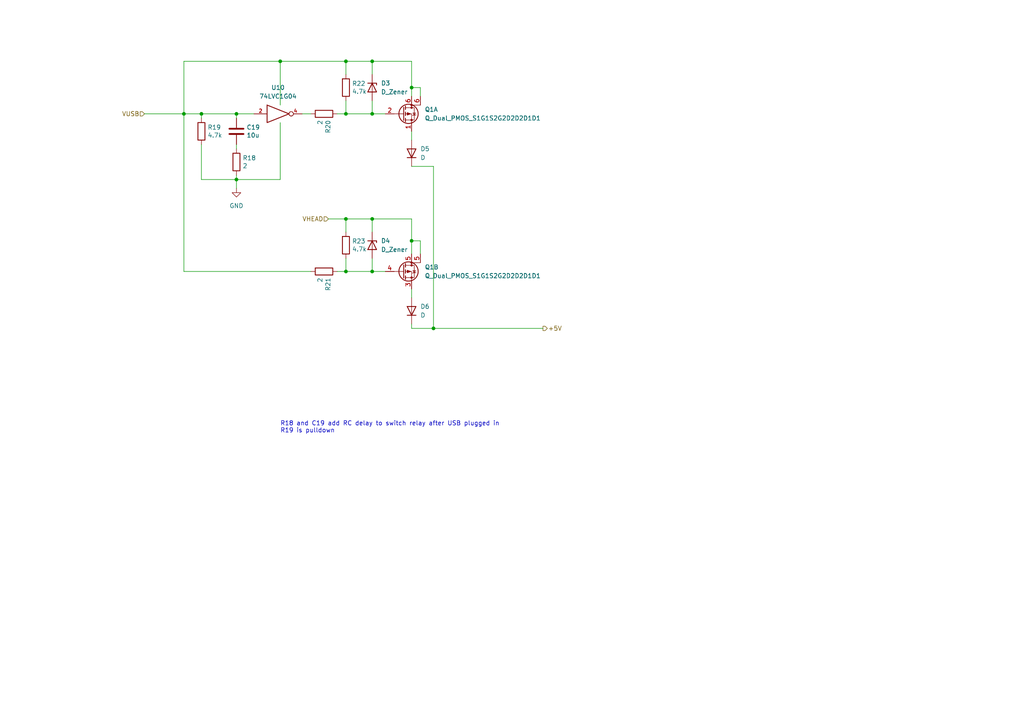
<source format=kicad_sch>
(kicad_sch (version 20211123) (generator eeschema)
  (paper "A4")
  (lib_symbols
    (symbol "74xGxx:74LVC1G04" (pin_names (offset 1.016))
      (property "Reference" "U" (at -2.54 3.81 0))
      (property "Value" "74LVC1G04" (at 0 -3.81 0))
      (symbol "74LVC1G04_0_1"
        (polyline (pts (xy -3.81 2.54) (xy -3.81 -2.54) (xy 2.54 0) (xy -3.81 2.54)) (stroke (width 0.254)))
      )
      (symbol "74LVC1G04_1_1"
        (pin input line (at -7.62 0 0) (length 3.81) (name "~") (number "2"))
        (pin power_in line (at 0 -2.54 270) (length 0) hide (name "GND") (number "3"))
        (pin output inverted (at 6.35 0 180) (length 3.81) (name "~") (number "4"))
        (pin power_in line (at 0 2.54 90) (length 0) hide (name "VCC") (number "5"))
      )
    )
    (symbol "Device:C" (pin_numbers hide) (pin_names (offset 0.254))
      (property "Reference" "C" (at 0.635 2.54 0))
      (property "Value" "C" (at 0.635 -2.54 0))
      (symbol "C_0_1"
        (polyline (pts (xy -2.032 -0.762) (xy 2.032 -0.762)) (stroke (width 0.508)))
        (polyline (pts (xy -2.032 0.762) (xy 2.032 0.762)) (stroke (width 0.508)))
      )
      (symbol "C_1_1"
        (pin passive line (at 0 3.81 270) (length 2.794) (name "~") (number "1"))
        (pin passive line (at 0 -3.81 90) (length 2.794) (name "~") (number "2"))
      )
    )
    (symbol "Device:D" (pin_numbers hide) (pin_names (offset 1.016) hide)
      (property "Reference" "D" (at 0 2.54 0))
      (property "Value" "D" (at 0 -2.54 0))
      (symbol "D_0_1"
        (polyline (pts (xy -1.27 1.27) (xy -1.27 -1.27)) (stroke (width 0.254)))
        (polyline (pts (xy 1.27 0) (xy -1.27 0)))
        (polyline (pts (xy 1.27 1.27) (xy 1.27 -1.27) (xy -1.27 0) (xy 1.27 1.27)) (stroke (width 0.254)))
      )
      (symbol "D_1_1"
        (pin passive line (at -3.81 0 0) (length 2.54) (name "K") (number "1"))
        (pin passive line (at 3.81 0 180) (length 2.54) (name "A") (number "2"))
      )
    )
    (symbol "Device:D_Zener" (pin_numbers hide) (pin_names (offset 1.016) hide)
      (property "Reference" "D" (at 0 2.54 0))
      (property "Value" "D_Zener" (at 0 -2.54 0))
      (symbol "D_Zener_0_1"
        (polyline (pts (xy 1.27 0) (xy -1.27 0)))
        (polyline (pts (xy -1.27 -1.27) (xy -1.27 1.27) (xy -0.762 1.27)) (stroke (width 0.254)))
        (polyline (pts (xy 1.27 -1.27) (xy 1.27 1.27) (xy -1.27 0) (xy 1.27 -1.27)) (stroke (width 0.254)))
      )
      (symbol "D_Zener_1_1"
        (pin passive line (at -3.81 0 0) (length 2.54) (name "K") (number "1"))
        (pin passive line (at 3.81 0 180) (length 2.54) (name "A") (number "2"))
      )
    )
    (symbol "Device:Q_Dual_PMOS_S1G1S2G2D2D2D1D1" (pin_names (offset 0) hide)
      (property "Reference" "Q1" (at 6.35 1.2701 0))
      (property "Value" "Q_Dual_PMOS_S1G1S2G2D2D2D1D1" (at 6.35 -1.2699 0))
      (symbol "Q_Dual_PMOS_S1G1S2G2D2D2D1D1_0_1"
        (polyline (pts (xy 0.254 0) (xy -2.54 0)))
        (polyline (pts (xy 0.254 1.905) (xy 0.254 -1.905)) (stroke (width 0.254)))
        (polyline (pts (xy 0.762 -1.27) (xy 0.762 -2.286)) (stroke (width 0.254)))
        (polyline (pts (xy 0.762 0.508) (xy 0.762 -0.508)) (stroke (width 0.254)))
        (polyline (pts (xy 0.762 2.286) (xy 0.762 1.27)) (stroke (width 0.254)))
        (polyline (pts (xy 2.54 2.54) (xy 2.54 1.778)))
        (polyline (pts (xy 2.54 -2.54) (xy 2.54 0) (xy 0.762 0)))
        (polyline (pts (xy 0.762 1.778) (xy 3.302 1.778) (xy 3.302 -1.778) (xy 0.762 -1.778)))
        (polyline (pts (xy 2.286 0) (xy 1.27 0.381) (xy 1.27 -0.381) (xy 2.286 0)) (fill (type outline)))
        (polyline (pts (xy 2.794 -0.508) (xy 2.921 -0.381) (xy 3.683 -0.381) (xy 3.81 -0.254)))
        (polyline (pts (xy 3.302 -0.381) (xy 2.921 0.254) (xy 3.683 0.254) (xy 3.302 -0.381)))
        (circle (center 1.651 0) (radius 2.794) (stroke (width 0.254)))
        (circle (center 2.54 -1.778) (radius 0.254) (fill (type outline)))
        (circle (center 2.54 1.778) (radius 0.254) (fill (type outline)))
        (circle (center 2.54 2.54) (radius 0.254) (fill (type outline)))
        (rectangle (start 5.08 2.54) (end 2.54 2.54))
      )
      (symbol "Q_Dual_PMOS_S1G1S2G2D2D2D1D1_1_1"
        (pin passive line (at 2.54 -5.08 90) (length 2.54) (name "S") (number "1"))
        (pin input line (at -5.08 0 0) (length 2.54) (name "G") (number "2"))
        (pin passive line (at 2.54 5.08 270) (length 2.54) (name "D") (number "6"))
        (pin passive line (at 5.08 5.08 270) (length 2.54) (name "G") (number "6"))
      )
      (symbol "Q_Dual_PMOS_S1G1S2G2D2D2D1D1_2_1"
        (pin passive line (at 2.54 -5.08 90) (length 2.54) (name "S") (number "3"))
        (pin input line (at -5.08 0 0) (length 2.54) (name "G") (number "4"))
        (pin passive line (at 2.54 5.08 270) (length 2.54) (name "D") (number "5"))
        (pin passive line (at 5.08 5.08 270) (length 2.54) (name "G") (number "6"))
      )
    )
    (symbol "Device:R" (pin_numbers hide) (pin_names (offset 0))
      (property "Reference" "R" (at 2.032 0 90))
      (property "Value" "R" (at 0 0 90))
      (symbol "R_0_1"
        (rectangle (start -1.016 -2.54) (end 1.016 2.54) (stroke (width 0.254)))
      )
      (symbol "R_1_1"
        (pin passive line (at 0 3.81 270) (length 1.27) (name "~") (number "1"))
        (pin passive line (at 0 -3.81 90) (length 1.27) (name "~") (number "2"))
      )
    )
    (symbol "Q_Dual_PMOS_S1G1S2G2D2D2D1D1_1" (pin_names (offset 0) hide)
      (property "Reference" "Q1" (at 6.35 1.2701 0))
      (property "Value" "Q_Dual_PMOS_S1G1S2G2D2D2D1D1_1" (at 6.35 -1.2699 0))
      (symbol "Q_Dual_PMOS_S1G1S2G2D2D2D1D1_1_0_1"
        (polyline (pts (xy 0.254 0) (xy -2.54 0)))
        (polyline (pts (xy 0.254 1.905) (xy 0.254 -1.905)) (stroke (width 0.254)))
        (polyline (pts (xy 0.762 -1.27) (xy 0.762 -2.286)) (stroke (width 0.254)))
        (polyline (pts (xy 0.762 0.508) (xy 0.762 -0.508)) (stroke (width 0.254)))
        (polyline (pts (xy 0.762 2.286) (xy 0.762 1.27)) (stroke (width 0.254)))
        (polyline (pts (xy 2.54 2.54) (xy 2.54 1.778)))
        (polyline (pts (xy 2.54 -2.54) (xy 2.54 0) (xy 0.762 0)))
        (polyline (pts (xy 0.762 1.778) (xy 3.302 1.778) (xy 3.302 -1.778) (xy 0.762 -1.778)))
        (polyline (pts (xy 2.286 0) (xy 1.27 0.381) (xy 1.27 -0.381) (xy 2.286 0)) (fill (type outline)))
        (polyline (pts (xy 2.794 -0.508) (xy 2.921 -0.381) (xy 3.683 -0.381) (xy 3.81 -0.254)))
        (polyline (pts (xy 3.302 -0.381) (xy 2.921 0.254) (xy 3.683 0.254) (xy 3.302 -0.381)))
        (circle (center 1.651 0) (radius 2.794) (stroke (width 0.254)))
        (circle (center 2.54 -1.778) (radius 0.254) (fill (type outline)))
        (circle (center 2.54 1.778) (radius 0.254) (fill (type outline)))
        (circle (center 2.54 2.54) (radius 0.254) (fill (type outline)))
        (rectangle (start 5.08 2.54) (end 2.54 2.54))
      )
      (symbol "Q_Dual_PMOS_S1G1S2G2D2D2D1D1_1_1_1"
        (pin passive line (at 2.54 -5.08 90) (length 2.54) (name "S") (number "1"))
        (pin input line (at -5.08 0 0) (length 2.54) (name "G") (number "2"))
        (pin passive line (at 2.54 5.08 270) (length 2.54) (name "D") (number "7"))
        (pin passive line (at 5.08 5.08 270) (length 2.54) (name "G") (number "8"))
      )
      (symbol "Q_Dual_PMOS_S1G1S2G2D2D2D1D1_1_2_1"
        (pin passive line (at 2.54 -5.08 90) (length 2.54) (name "S") (number "3"))
        (pin input line (at -5.08 0 0) (length 2.54) (name "G") (number "4"))
        (pin passive line (at 2.54 5.08 270) (length 2.54) (name "D") (number "5"))
        (pin passive line (at 5.08 5.08 270) (length 2.54) (name "G") (number "5"))
      )
    )
    (symbol "power:GND" (power) (pin_names (offset 0))
      (property "Value" "GND" (at 0 -3.81 0))
      (symbol "GND_0_1"
        (polyline (pts (xy 0 0) (xy 0 -1.27) (xy 1.27 -1.27) (xy 0 -2.54) (xy -1.27 -1.27) (xy 0 -1.27)))
      )
      (symbol "GND_1_1"
        (pin power_in line (at 0 0 270) (length 0) hide (name "GND") (number "1"))
      )
    )
  )
  (junction (at 119.38 25.4))
  (junction (at 100.33 17.78))
  (junction (at 125.73 95.25))
  (junction (at 107.95 17.78))
  (junction (at 107.95 33.02))
  (junction (at 68.58 52.07))
  (junction (at 107.95 63.5))
  (junction (at 107.95 78.74))
  (junction (at 68.58 33.02))
  (junction (at 58.42 33.02))
  (junction (at 81.28 17.78))
  (junction (at 100.33 33.02))
  (junction (at 53.34 33.02))
  (junction (at 100.33 63.5))
  (junction (at 100.33 78.74))
  (junction (at 119.38 69.85))
  (wire (pts (xy 121.92 73.66) (xy 121.92 69.85)))
  (wire (pts (xy 119.38 25.4) (xy 119.38 27.94)))
  (wire (pts (xy 119.38 38.1) (xy 119.38 40.64)))
  (wire (pts (xy 100.33 78.74) (xy 107.95 78.74)))
  (wire (pts (xy 121.92 69.85) (xy 119.38 69.85)))
  (wire (pts (xy 125.73 95.25) (xy 157.48 95.25)))
  (wire (pts (xy 41.91 33.02) (xy 53.34 33.02)))
  (wire (pts (xy 100.33 63.5) (xy 100.33 67.31)))
  (wire (pts (xy 58.42 33.02) (xy 58.42 34.29)))
  (wire (pts (xy 107.95 29.21) (xy 107.95 33.02)))
  (wire (pts (xy 58.42 33.02) (xy 68.58 33.02)))
  (wire (pts (xy 95.25 63.5) (xy 100.33 63.5)))
  (wire (pts (xy 87.63 33.02) (xy 90.17 33.02)))
  (wire (pts (xy 100.33 63.5) (xy 107.95 63.5)))
  (wire (pts (xy 68.58 52.07) (xy 68.58 54.61)))
  (wire (pts (xy 107.95 74.93) (xy 107.95 78.74)))
  (wire (pts (xy 81.28 52.07) (xy 68.58 52.07)))
  (wire (pts (xy 107.95 78.74) (xy 111.76 78.74)))
  (wire (pts (xy 125.73 48.26) (xy 125.73 95.25)))
  (wire (pts (xy 68.58 50.8) (xy 68.58 52.07)))
  (wire (pts (xy 107.95 17.78) (xy 107.95 21.59)))
  (wire (pts (xy 119.38 17.78) (xy 119.38 25.4)))
  (wire (pts (xy 119.38 25.4) (xy 121.92 25.4)))
  (wire (pts (xy 81.28 17.78) (xy 53.34 17.78)))
  (wire (pts (xy 58.42 52.07) (xy 58.42 41.91)))
  (wire (pts (xy 97.79 33.02) (xy 100.33 33.02)))
  (wire (pts (xy 119.38 93.98) (xy 119.38 95.25)))
  (wire (pts (xy 53.34 33.02) (xy 58.42 33.02)))
  (wire (pts (xy 53.34 78.74) (xy 90.17 78.74)))
  (wire (pts (xy 121.92 25.4) (xy 121.92 27.94)))
  (wire (pts (xy 100.33 17.78) (xy 100.33 21.59)))
  (wire (pts (xy 107.95 63.5) (xy 107.95 67.31)))
  (wire (pts (xy 119.38 48.26) (xy 125.73 48.26)))
  (wire (pts (xy 119.38 69.85) (xy 119.38 73.66)))
  (wire (pts (xy 119.38 83.82) (xy 119.38 86.36)))
  (wire (pts (xy 107.95 33.02) (xy 111.76 33.02)))
  (wire (pts (xy 97.79 78.74) (xy 100.33 78.74)))
  (wire (pts (xy 100.33 17.78) (xy 107.95 17.78)))
  (wire (pts (xy 68.58 33.02) (xy 73.66 33.02)))
  (wire (pts (xy 68.58 41.91) (xy 68.58 43.18)))
  (wire (pts (xy 119.38 95.25) (xy 125.73 95.25)))
  (wire (pts (xy 68.58 52.07) (xy 58.42 52.07)))
  (wire (pts (xy 100.33 29.21) (xy 100.33 33.02)))
  (wire (pts (xy 68.58 33.02) (xy 68.58 34.29)))
  (wire (pts (xy 53.34 17.78) (xy 53.34 33.02)))
  (wire (pts (xy 119.38 63.5) (xy 119.38 69.85)))
  (wire (pts (xy 107.95 63.5) (xy 119.38 63.5)))
  (wire (pts (xy 81.28 17.78) (xy 100.33 17.78)))
  (wire (pts (xy 81.28 35.56) (xy 81.28 52.07)))
  (wire (pts (xy 53.34 33.02) (xy 53.34 78.74)))
  (wire (pts (xy 100.33 74.93) (xy 100.33 78.74)))
  (wire (pts (xy 81.28 30.48) (xy 81.28 17.78)))
  (wire (pts (xy 107.95 17.78) (xy 119.38 17.78)))
  (wire (pts (xy 100.33 33.02) (xy 107.95 33.02)))
  (text "R18 and C19 add RC delay to switch relay after USB plugged in\nR19 is pulldown\n" (at 81.28 125.73 0) (effects (font (size 1.27 1.27)) (justify left bottom)))
  (hierarchical_label "VHEAD" (shape input) (at 95.25 63.5 180))
  (hierarchical_label "+5V" (shape output) (at 157.48 95.25 0))
  (hierarchical_label "VUSB" (shape input) (at 41.91 33.02 180))
  (symbol (lib_id "Device:D") (at 119.38 90.17 90) (unit 1)
    (property "Reference" "D6" (at 121.92 88.8999 90) (effects (justify right)))
    (property "Value" "D" (at 121.92 91.4399 90) (effects (justify right)))
    (property "Footprint" "Diode_SMD:D_MELF" (effects hide))
  )
  (symbol (lib_id "power:GND") (at 68.58 54.61 0) (unit 1)
    (property "Reference" "#PWR03" (effects hide))
    (property "Value" "GND" (at 68.58 59.69 0))
  )
  (symbol (lib_id "Device:R") (at 93.98 78.74 270) (unit 1)
    (property "Reference" "R21" (at 95.1484 80.518 0) (effects (justify left)))
    (property "Value" "2" (at 92.837 80.518 0) (effects (justify left)))
    (property "Footprint" "Resistor_SMD:R_2010_5025Metric" (effects hide))
    (property "Datasheet" "https://fscdn.rohm.com/en/products/databook/datasheet/passive/resistor/chip_resistor/mcr-e.pdf" (effects hide))
    (property "Field4" "Farnell" (effects hide))
    (property "Field5" "9239235" (effects hide))
    (property "Field7" "KOA EUROPE GMBH" (effects hide))
    (property "Field6" "RK73H1ETTP1001F" (effects hide))
    (property "Part Description" "Resistor 1K M1005 1% 63mW" (effects hide))
    (property "Field8" "125049511" (effects hide))
  )
  (symbol (lib_id "Device:R") (at 68.58 46.99 0) (unit 1)
    (property "Reference" "R18" (at 70.358 45.8216 0) (effects (justify left)))
    (property "Value" "2" (at 70.358 48.133 0) (effects (justify left)))
    (property "Footprint" "Resistor_SMD:R_2010_5025Metric" (effects hide))
    (property "Datasheet" "https://fscdn.rohm.com/en/products/databook/datasheet/passive/resistor/chip_resistor/mcr-e.pdf" (effects hide))
    (property "Field4" "Farnell" (effects hide))
    (property "Field5" "9239235" (effects hide))
    (property "Field7" "KOA EUROPE GMBH" (effects hide))
    (property "Field6" "RK73H1ETTP1001F" (effects hide))
    (property "Part Description" "Resistor 1K M1005 1% 63mW" (effects hide))
    (property "Field8" "125049511" (effects hide))
  )
  (symbol (lib_id "Device:R") (at 58.42 38.1 0) (unit 1)
    (property "Reference" "R19" (at 60.198 36.9316 0) (effects (justify left)))
    (property "Value" "4.7k" (at 60.198 39.243 0) (effects (justify left)))
    (property "Footprint" "Resistor_SMD:R_0402_1005Metric" (effects hide))
    (property "Datasheet" "https://fscdn.rohm.com/en/products/databook/datasheet/passive/resistor/chip_resistor/mcr-e.pdf" (effects hide))
    (property "Field4" "Farnell" (effects hide))
    (property "Field5" "9239235" (effects hide))
    (property "Field7" "KOA EUROPE GMBH" (effects hide))
    (property "Field6" "RK73H1ETTP1001F" (effects hide))
    (property "Part Description" "Resistor 1K M1005 1% 63mW" (effects hide))
    (property "Field8" "125049511" (effects hide))
  )
  (symbol (lib_id "Device:R") (at 100.33 25.4 0) (unit 1)
    (property "Reference" "R22" (at 102.108 24.2316 0) (effects (justify left)))
    (property "Value" "4.7k" (at 102.108 26.543 0) (effects (justify left)))
    (property "Footprint" "Resistor_SMD:R_0402_1005Metric" (effects hide))
    (property "Datasheet" "https://fscdn.rohm.com/en/products/databook/datasheet/passive/resistor/chip_resistor/mcr-e.pdf" (effects hide))
    (property "Field4" "Farnell" (effects hide))
    (property "Field5" "9239235" (effects hide))
    (property "Field7" "KOA EUROPE GMBH" (effects hide))
    (property "Field6" "RK73H1ETTP1001F" (effects hide))
    (property "Part Description" "Resistor 1K M1005 1% 63mW" (effects hide))
    (property "Field8" "125049511" (effects hide))
  )
  (symbol (lib_id "Device:R") (at 93.98 33.02 270) (unit 1)
    (property "Reference" "R20" (at 95.1484 34.798 0) (effects (justify left)))
    (property "Value" "2" (at 92.837 34.798 0) (effects (justify left)))
    (property "Footprint" "Resistor_SMD:R_2010_5025Metric" (effects hide))
    (property "Datasheet" "https://fscdn.rohm.com/en/products/databook/datasheet/passive/resistor/chip_resistor/mcr-e.pdf" (effects hide))
    (property "Field4" "Farnell" (effects hide))
    (property "Field5" "9239235" (effects hide))
    (property "Field7" "KOA EUROPE GMBH" (effects hide))
    (property "Field6" "RK73H1ETTP1001F" (effects hide))
    (property "Part Description" "Resistor 1K M1005 1% 63mW" (effects hide))
    (property "Field8" "125049511" (effects hide))
  )
  (symbol (lib_id "Device:Q_Dual_PMOS_S1G1S2G2D2D2D1D1") (at 116.84 33.02 0) (unit 1)
    (property "Reference" "Q1" (at 123.19 31.7499 0) (effects (justify left)))
    (property "Value" "Q_Dual_PMOS_S1G1S2G2D2D2D1D1" (at 123.19 34.2899 0) (effects (justify left)))
    (property "Footprint" "Package_SO:PowerPAK_1212_Dual" (effects hide))
  )
  (symbol (lib_id "Device:D_Zener") (at 107.95 25.4 270) (unit 1)
    (property "Reference" "D3" (at 110.49 24.1299 90) (effects (justify left)))
    (property "Value" "D_Zener" (at 110.49 26.6699 90) (effects (justify left)))
    (property "Footprint" "Diode_SMD:D_SOD-123" (effects hide))
  )
  (symbol (lib_id "Device:C") (at 68.58 38.1 0) (unit 1)
    (property "Reference" "C19" (at 71.501 36.9316 0) (effects (justify left)))
    (property "Value" "10u" (at 71.501 39.243 0) (effects (justify left)))
    (property "Footprint" "Capacitor_SMD:C_0805_2012Metric" (effects hide))
    (property "Datasheet" "https://search.murata.co.jp/Ceramy/image/img/A01X/G101/ENG/GRM21BR71A106KA73-01.pdf" (effects hide))
    (property "Field5" "490-14381-1-ND" (effects hide))
    (property "Field4" "Digikey" (effects hide))
    (property "Field6" "GRM21BR71A106KA73L" (effects hide))
    (property "Field7" "Murata" (effects hide))
    (property "Part Description" "	10uF 10% 10V Ceramic Capacitor X7R 0805 (2012 Metric)" (effects hide))
    (property "Field8" "111893011" (effects hide))
  )
  (symbol (lib_id "74xGxx:74LVC1G04") (at 81.28 33.02 0) (unit 1)
    (property "Reference" "U10" (at 80.645 25.4 0))
    (property "Value" "74LVC1G04" (at 80.645 27.94 0))
    (property "Footprint" "Package_TO_SOT_SMD:SOT-23-5" (effects hide))
    (property "Datasheet" "http://www.ti.com/lit/sg/scyt129e/scyt129e.pdf" (effects hide))
  )
  (symbol (lib_id "Device:R") (at 100.33 71.12 0) (unit 1)
    (property "Reference" "R23" (at 102.108 69.9516 0) (effects (justify left)))
    (property "Value" "4.7k" (at 102.108 72.263 0) (effects (justify left)))
    (property "Footprint" "Resistor_SMD:R_0402_1005Metric" (effects hide))
    (property "Datasheet" "https://fscdn.rohm.com/en/products/databook/datasheet/passive/resistor/chip_resistor/mcr-e.pdf" (effects hide))
    (property "Field4" "Farnell" (effects hide))
    (property "Field5" "9239235" (effects hide))
    (property "Field7" "KOA EUROPE GMBH" (effects hide))
    (property "Field6" "RK73H1ETTP1001F" (effects hide))
    (property "Part Description" "Resistor 1K M1005 1% 63mW" (effects hide))
    (property "Field8" "125049511" (effects hide))
  )
  (symbol (lib_id "Device:D_Zener") (at 107.95 71.12 270) (unit 1)
    (property "Reference" "D4" (at 110.49 69.8499 90) (effects (justify left)))
    (property "Value" "D_Zener" (at 110.49 72.3899 90) (effects (justify left)))
    (property "Footprint" "Diode_SMD:D_SOD-123" (effects hide))
  )
  (symbol (lib_id "Device:D") (at 119.38 44.45 90) (unit 1)
    (property "Reference" "D5" (at 121.92 43.1799 90) (effects (justify right)))
    (property "Value" "D" (at 121.92 45.7199 90) (effects (justify right)))
    (property "Footprint" "Diode_SMD:D_MELF" (effects hide))
  )
  (symbol (lib_name "Q_Dual_PMOS_S1G1S2G2D2D2D1D1_1") (lib_id "Device:Q_Dual_PMOS_S1G1S2G2D2D2D1D1") (at 116.84 78.74 0) (unit 2)
    (property "Reference" "Q1" (at 123.19 77.4699 0) (effects (justify left)))
    (property "Value" "Q_Dual_PMOS_S1G1S2G2D2D2D1D1" (at 123.19 80.0099 0) (effects (justify left)))
    (property "Footprint" "Package_SO:PowerPAK_1212_Dual" (effects hide))
  )
)
</source>
